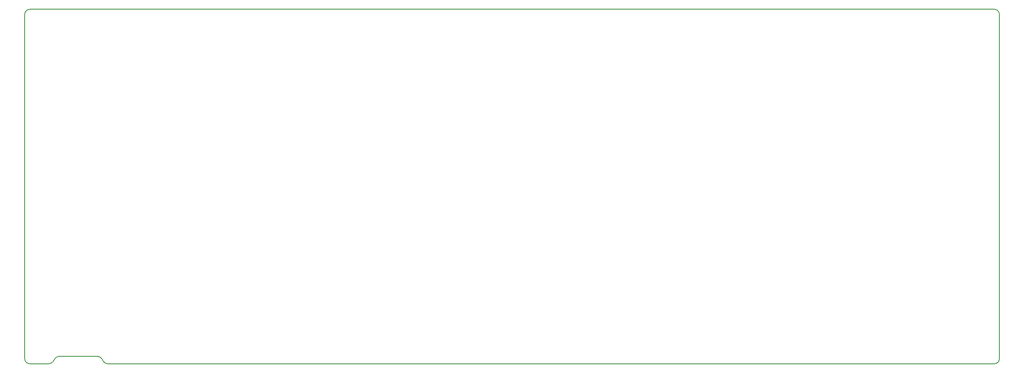
<source format=gbr>
%TF.GenerationSoftware,KiCad,Pcbnew,(6.0.4)*%
%TF.CreationDate,2022-11-13T15:40:53-05:00*%
%TF.ProjectId,crepe,63726570-652e-46b6-9963-61645f706362,v1.0.0*%
%TF.SameCoordinates,Original*%
%TF.FileFunction,Profile,NP*%
%FSLAX46Y46*%
G04 Gerber Fmt 4.6, Leading zero omitted, Abs format (unit mm)*
G04 Created by KiCad (PCBNEW (6.0.4)) date 2022-11-13 15:40:53*
%MOMM*%
%LPD*%
G01*
G04 APERTURE LIST*
%TA.AperFunction,Profile*%
%ADD10C,0.150000*%
%TD*%
G04 APERTURE END LIST*
D10*
X-10875000Y-8375000D02*
X-10875000Y61625000D01*
X-9875000Y62625000D02*
X185875000Y62625000D01*
X186875000Y61625000D02*
X186875000Y-8375000D01*
X5972684Y-9375000D02*
X185875000Y-9375000D01*
X5140633Y-8929700D02*
X4734367Y-8320300D01*
X3902316Y-7875000D02*
X-3902316Y-7875000D01*
X-4734367Y-8320300D02*
X-5140633Y-8929700D01*
X-5972684Y-9375000D02*
X-9875000Y-9375000D01*
X-9875000Y62625000D02*
G75*
G03*
X-10875000Y61625000I0J-1000000D01*
G01*
X186875000Y61625000D02*
G75*
G03*
X185875000Y62625000I-1000000J0D01*
G01*
X185875000Y-9375000D02*
G75*
G03*
X186875000Y-8375000I0J1000000D01*
G01*
X5140633Y-8929700D02*
G75*
G03*
X5972683Y-9375000I832051J554700D01*
G01*
X4734367Y-8320300D02*
G75*
G03*
X3902317Y-7875000I-832051J-554700D01*
G01*
X-3902316Y-7875000D02*
G75*
G03*
X-4734366Y-8320300I0J-1000000D01*
G01*
X-5972684Y-9375000D02*
G75*
G03*
X-5140634Y-8929700I0J1000000D01*
G01*
X-10875000Y-8375000D02*
G75*
G03*
X-9875000Y-9375000I1000000J0D01*
G01*
M02*

</source>
